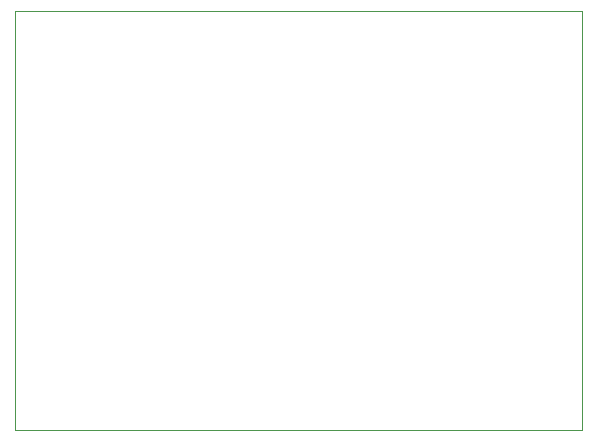
<source format=gm1>
G04 #@! TF.GenerationSoftware,KiCad,Pcbnew,8.0.4-8.0.4-0~ubuntu24.04.1*
G04 #@! TF.CreationDate,2024-08-10T19:39:54+03:00*
G04 #@! TF.ProjectId,stripe_board,73747269-7065-45f6-926f-6172642e6b69,rev?*
G04 #@! TF.SameCoordinates,Original*
G04 #@! TF.FileFunction,Profile,NP*
%FSLAX46Y46*%
G04 Gerber Fmt 4.6, Leading zero omitted, Abs format (unit mm)*
G04 Created by KiCad (PCBNEW 8.0.4-8.0.4-0~ubuntu24.04.1) date 2024-08-10 19:39:54*
%MOMM*%
%LPD*%
G01*
G04 APERTURE LIST*
G04 #@! TA.AperFunction,Profile*
%ADD10C,0.100000*%
G04 #@! TD*
G04 APERTURE END LIST*
D10*
X0Y0D02*
X48000000Y0D01*
X48000000Y-35500000D01*
X0Y-35500000D01*
X0Y0D01*
M02*

</source>
